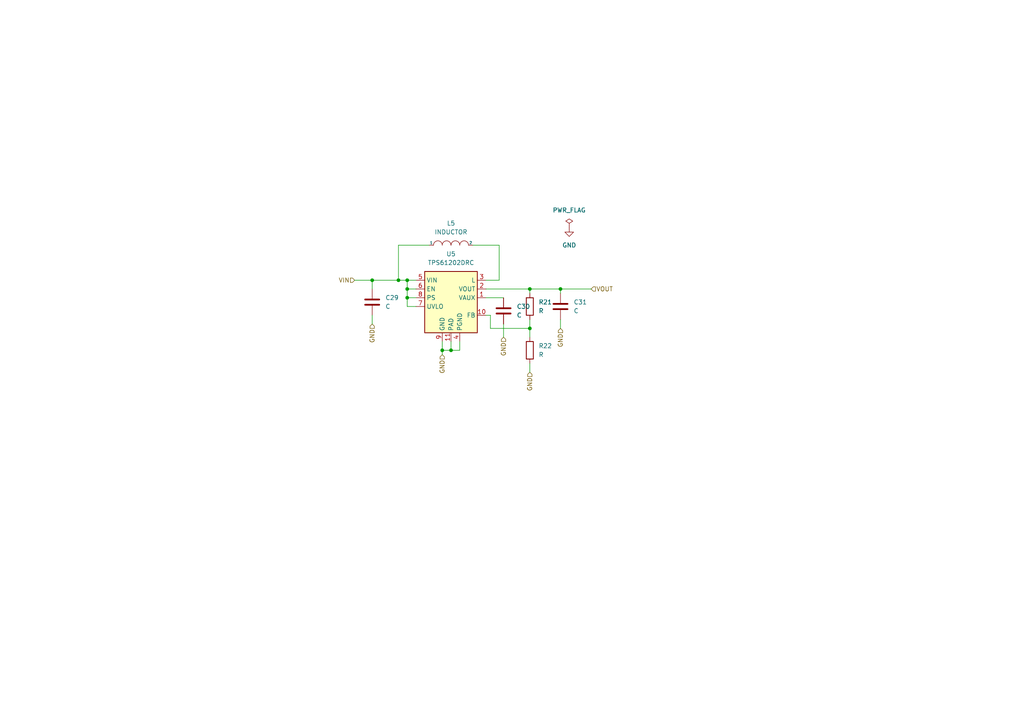
<source format=kicad_sch>
(kicad_sch (version 20211123) (generator eeschema)
  (paper "A4")
  (lib_symbols
    (symbol "Device:C" (pin_numbers hide) (pin_names (offset 0.254))
      (property "Reference" "C" (at 0.635 2.54 0))
      (property "Value" "C" (at 0.635 -2.54 0))
      (symbol "C_0_1"
        (polyline (pts (xy -2.032 -0.762) (xy 2.032 -0.762)) (stroke (width 0.508)))
        (polyline (pts (xy -2.032 0.762) (xy 2.032 0.762)) (stroke (width 0.508)))
      )
      (symbol "C_1_1"
        (pin passive line (at 0 3.81 270) (length 2.794) (name "~") (number "1"))
        (pin passive line (at 0 -3.81 90) (length 2.794) (name "~") (number "2"))
      )
    )
    (symbol "Device:R" (pin_numbers hide) (pin_names (offset 0))
      (property "Reference" "R" (at 2.032 0 90))
      (property "Value" "R" (at 0 0 90))
      (symbol "R_0_1"
        (rectangle (start -1.016 -2.54) (end 1.016 2.54) (stroke (width 0.254)))
      )
      (symbol "R_1_1"
        (pin passive line (at 0 3.81 270) (length 1.27) (name "~") (number "1"))
        (pin passive line (at 0 -3.81 90) (length 1.27) (name "~") (number "2"))
      )
    )
    (symbol "Regulator_Switching:TPS61202DRC"
      (property "Reference" "U" (at -10.16 8.89 0))
      (property "Value" "TPS61202DRC" (at -2.54 8.89 0))
      (symbol "TPS61202DRC_0_1"
        (rectangle (start -7.62 7.62) (end 7.62 -10.16) (stroke (width 0.254)) (fill (type background)))
      )
      (symbol "TPS61202DRC_1_1"
        (pin bidirectional line (at 10.16 0 180) (length 2.54) (name "VAUX") (number "1"))
        (pin input line (at 10.16 -5.08 180) (length 2.54) (name "FB") (number "10"))
        (pin power_in line (at 0 -12.7 90) (length 2.54) (name "PAD") (number "11"))
        (pin power_out line (at 10.16 2.54 180) (length 2.54) (name "VOUT") (number "2"))
        (pin input line (at 10.16 5.08 180) (length 2.54) (name "L") (number "3"))
        (pin power_in line (at 2.54 -12.7 90) (length 2.54) (name "PGND") (number "4"))
        (pin power_in line (at -10.16 5.08 0) (length 2.54) (name "VIN") (number "5"))
        (pin input line (at -10.16 2.54 0) (length 2.54) (name "EN") (number "6"))
        (pin input line (at -10.16 -2.54 0) (length 2.54) (name "UVLO") (number "7"))
        (pin input line (at -10.16 0 0) (length 2.54) (name "PS") (number "8"))
        (pin power_in line (at -2.54 -12.7 90) (length 2.54) (name "GND") (number "9"))
      )
    )
    (symbol "power:GND" (power) (pin_names (offset 0))
      (property "Value" "GND" (at 0 -3.81 0))
      (symbol "GND_0_1"
        (polyline (pts (xy 0 0) (xy 0 -1.27) (xy 1.27 -1.27) (xy 0 -2.54) (xy -1.27 -1.27) (xy 0 -1.27)))
      )
      (symbol "GND_1_1"
        (pin power_in line (at 0 0 270) (length 0) hide (name "GND") (number "1"))
      )
    )
    (symbol "power:PWR_FLAG" (power) (pin_numbers hide) (pin_names (offset 0) hide)
      (property "Value" "PWR_FLAG" (at 0 3.81 0))
      (symbol "PWR_FLAG_0_0"
        (pin power_out line (at 0 0 90) (length 0) (name "pwr") (number "1"))
      )
      (symbol "PWR_FLAG_0_1"
        (polyline (pts (xy 0 0) (xy 0 1.27) (xy -1.016 1.905) (xy 0 2.54) (xy 1.016 1.905) (xy 0 1.27)))
      )
    )
    (symbol "pspice:INDUCTOR" (pin_numbers hide) (pin_names (offset 0))
      (property "Reference" "L" (at 0 2.54 0))
      (property "Value" "INDUCTOR" (at 0 -1.27 0))
      (symbol "INDUCTOR_0_1"
        (arc (start -2.54 0) (mid -3.81 1.27) (end -5.08 0))
        (arc (start 0 0) (mid -1.27 1.27) (end -2.54 0))
        (arc (start 2.54 0) (mid 1.27 1.27) (end 0 0))
        (arc (start 5.08 0) (mid 3.81 1.27) (end 2.54 0))
      )
      (symbol "INDUCTOR_1_1"
        (pin input line (at -6.35 0 0) (length 1.27) (name "1") (number "1"))
        (pin input line (at 6.35 0 180) (length 1.27) (name "2") (number "2"))
      )
    )
  )
  (junction (at 153.67 95.25))
  (junction (at 118.11 86.36))
  (junction (at 118.11 83.82))
  (junction (at 107.95 81.28))
  (junction (at 162.56 83.82))
  (junction (at 115.57 81.28))
  (junction (at 118.11 81.28))
  (junction (at 130.81 101.6))
  (junction (at 153.67 83.82))
  (junction (at 128.27 101.6))
  (wire (pts (xy 130.81 101.6) (xy 133.35 101.6)))
  (wire (pts (xy 118.11 83.82) (xy 118.11 86.36)))
  (wire (pts (xy 144.78 81.28) (xy 140.97 81.28)))
  (wire (pts (xy 144.78 71.12) (xy 144.78 81.28)))
  (wire (pts (xy 153.67 95.25) (xy 153.67 97.79)))
  (wire (pts (xy 107.95 81.28) (xy 107.95 83.82)))
  (wire (pts (xy 153.67 83.82) (xy 162.56 83.82)))
  (wire (pts (xy 142.24 95.25) (xy 153.67 95.25)))
  (wire (pts (xy 128.27 101.6) (xy 130.81 101.6)))
  (wire (pts (xy 107.95 91.44) (xy 107.95 93.98)))
  (wire (pts (xy 146.05 93.98) (xy 146.05 97.79)))
  (wire (pts (xy 133.35 99.06) (xy 133.35 101.6)))
  (wire (pts (xy 130.81 99.06) (xy 130.81 101.6)))
  (wire (pts (xy 118.11 86.36) (xy 118.11 88.9)))
  (wire (pts (xy 162.56 83.82) (xy 162.56 85.09)))
  (wire (pts (xy 153.67 95.25) (xy 153.67 92.71)))
  (wire (pts (xy 118.11 81.28) (xy 120.65 81.28)))
  (wire (pts (xy 118.11 83.82) (xy 120.65 83.82)))
  (wire (pts (xy 162.56 92.71) (xy 162.56 95.25)))
  (wire (pts (xy 124.46 71.12) (xy 115.57 71.12)))
  (wire (pts (xy 115.57 81.28) (xy 107.95 81.28)))
  (wire (pts (xy 140.97 83.82) (xy 153.67 83.82)))
  (wire (pts (xy 140.97 91.44) (xy 142.24 91.44)))
  (wire (pts (xy 128.27 99.06) (xy 128.27 101.6)))
  (wire (pts (xy 118.11 86.36) (xy 120.65 86.36)))
  (wire (pts (xy 118.11 88.9) (xy 120.65 88.9)))
  (wire (pts (xy 115.57 81.28) (xy 118.11 81.28)))
  (wire (pts (xy 115.57 71.12) (xy 115.57 81.28)))
  (wire (pts (xy 140.97 86.36) (xy 146.05 86.36)))
  (wire (pts (xy 162.56 83.82) (xy 171.45 83.82)))
  (wire (pts (xy 137.16 71.12) (xy 144.78 71.12)))
  (wire (pts (xy 142.24 91.44) (xy 142.24 95.25)))
  (wire (pts (xy 153.67 83.82) (xy 153.67 85.09)))
  (wire (pts (xy 153.67 105.41) (xy 153.67 107.95)))
  (wire (pts (xy 118.11 81.28) (xy 118.11 83.82)))
  (wire (pts (xy 128.27 101.6) (xy 128.27 102.87)))
  (wire (pts (xy 102.87 81.28) (xy 107.95 81.28)))
  (hierarchical_label "GND" (shape input) (at 107.95 93.98 270))
  (hierarchical_label "VIN" (shape input) (at 102.87 81.28 180))
  (hierarchical_label "GND" (shape input) (at 162.56 95.25 270))
  (hierarchical_label "GND" (shape input) (at 128.27 102.87 270))
  (hierarchical_label "VOUT" (shape input) (at 171.45 83.82 0))
  (hierarchical_label "GND" (shape input) (at 153.67 107.95 270))
  (hierarchical_label "GND" (shape input) (at 146.05 97.79 270))
  (symbol (lib_id "Device:R") (at 153.67 101.6 0) (unit 1)
    (property "Reference" "R22" (at 156.21 100.3299 0) (effects (justify left)))
    (property "Value" "R" (at 156.21 102.8699 0) (effects (justify left)))
  )
  (symbol (lib_id "Device:C") (at 162.56 88.9 0) (unit 1)
    (property "Reference" "C31" (at 166.37 87.6299 0) (effects (justify left)))
    (property "Value" "C" (at 166.37 90.1699 0) (effects (justify left)))
  )
  (symbol (lib_id "power:GND") (at 165.1 66.04 0) (unit 1)
    (property "Reference" "#PWR01" (effects hide))
    (property "Value" "GND" (at 165.1 71.12 0))
  )
  (symbol (lib_id "Regulator_Switching:TPS61202DRC") (at 130.81 86.36 0) (unit 1)
    (property "Reference" "U5" (at 130.81 73.66 0))
    (property "Value" "TPS61202DRC" (at 130.81 76.2 0))
    (property "Footprint" "Package_SON:Texas_S-PVSON-N10_ThermalVias" (effects hide))
    (property "Datasheet" "http://www.ti.com/lit/ds/symlink/tps61200.pdf" (effects hide))
  )
  (symbol (lib_id "Device:C") (at 107.95 87.63 0) (unit 1)
    (property "Reference" "C29" (at 111.76 86.3599 0) (effects (justify left)))
    (property "Value" "C" (at 111.76 88.8999 0) (effects (justify left)))
  )
  (symbol (lib_id "power:PWR_FLAG") (at 165.1 66.04 0) (unit 1)
    (property "Reference" "#FLG01" (effects hide))
    (property "Value" "PWR_FLAG" (at 165.1 60.96 0))
  )
  (symbol (lib_id "Device:R") (at 153.67 88.9 0) (unit 1)
    (property "Reference" "R21" (at 156.21 87.6299 0) (effects (justify left)))
    (property "Value" "R" (at 156.21 90.1699 0) (effects (justify left)))
  )
  (symbol (lib_id "pspice:INDUCTOR") (at 130.81 71.12 0) (unit 1)
    (property "Reference" "L5" (at 130.81 64.77 0))
    (property "Value" "INDUCTOR" (at 130.81 67.31 0))
  )
  (symbol (lib_id "Device:C") (at 146.05 90.17 0) (unit 1)
    (property "Reference" "C30" (at 149.86 88.8999 0) (effects (justify left)))
    (property "Value" "C" (at 149.86 91.4399 0) (effects (justify left)))
  )
)
</source>
